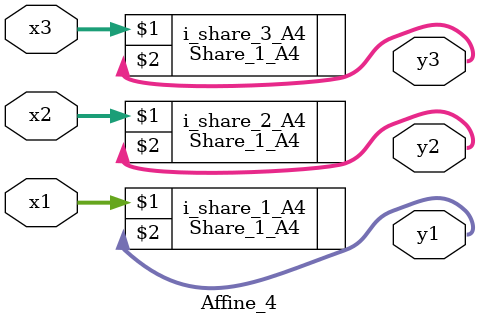
<source format=v>


module Affine_4(
	input wire [3:0] x1,	// one 4-bit input share per A-box
	input wire [3:0] x2,
	input wire [3:0] x3,
	output wire [3:0] y1,	// one 4-bit output share per A-box
	output wire [3:0] y2,
	output wire [3:0] y3
);

Share_1_A4 i_share_1_A4 (x1, y1);
Share_1_A4 i_share_2_A4 (x2, y2);
Share_1_A4 i_share_3_A4 (x3, y3);

endmodule 
</source>
